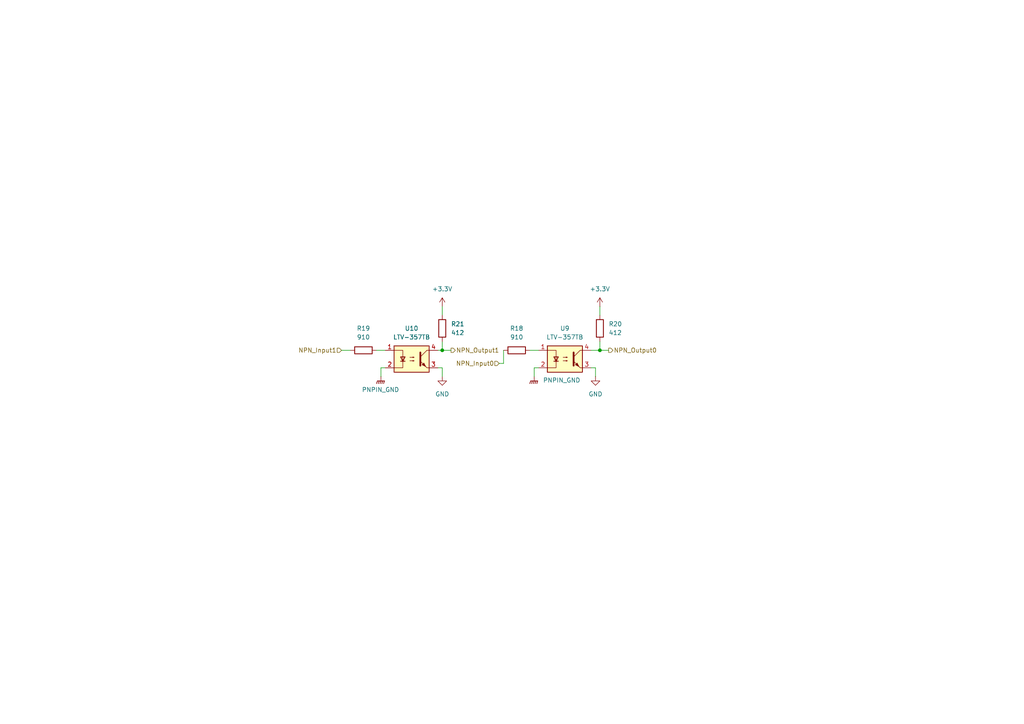
<source format=kicad_sch>
(kicad_sch
	(version 20250114)
	(generator "eeschema")
	(generator_version "9.0")
	(uuid "e63b338f-bd90-4c52-970e-b80b54cdea6a")
	(paper "A4")
	(lib_symbols
		(symbol "Device:R"
			(pin_numbers
				(hide yes)
			)
			(pin_names
				(offset 0)
			)
			(exclude_from_sim no)
			(in_bom yes)
			(on_board yes)
			(property "Reference" "R"
				(at 2.032 0 90)
				(effects
					(font
						(size 1.27 1.27)
					)
				)
			)
			(property "Value" "R"
				(at 0 0 90)
				(effects
					(font
						(size 1.27 1.27)
					)
				)
			)
			(property "Footprint" ""
				(at -1.778 0 90)
				(effects
					(font
						(size 1.27 1.27)
					)
					(hide yes)
				)
			)
			(property "Datasheet" "~"
				(at 0 0 0)
				(effects
					(font
						(size 1.27 1.27)
					)
					(hide yes)
				)
			)
			(property "Description" "Resistor"
				(at 0 0 0)
				(effects
					(font
						(size 1.27 1.27)
					)
					(hide yes)
				)
			)
			(property "ki_keywords" "R res resistor"
				(at 0 0 0)
				(effects
					(font
						(size 1.27 1.27)
					)
					(hide yes)
				)
			)
			(property "ki_fp_filters" "R_*"
				(at 0 0 0)
				(effects
					(font
						(size 1.27 1.27)
					)
					(hide yes)
				)
			)
			(symbol "R_0_1"
				(rectangle
					(start -1.016 -2.54)
					(end 1.016 2.54)
					(stroke
						(width 0.254)
						(type default)
					)
					(fill
						(type none)
					)
				)
			)
			(symbol "R_1_1"
				(pin passive line
					(at 0 3.81 270)
					(length 1.27)
					(name "~"
						(effects
							(font
								(size 1.27 1.27)
							)
						)
					)
					(number "1"
						(effects
							(font
								(size 1.27 1.27)
							)
						)
					)
				)
				(pin passive line
					(at 0 -3.81 90)
					(length 1.27)
					(name "~"
						(effects
							(font
								(size 1.27 1.27)
							)
						)
					)
					(number "2"
						(effects
							(font
								(size 1.27 1.27)
							)
						)
					)
				)
			)
			(embedded_fonts no)
		)
		(symbol "Isolator:LTV-357T"
			(pin_names
				(offset 1.016)
			)
			(exclude_from_sim no)
			(in_bom yes)
			(on_board yes)
			(property "Reference" "U"
				(at -5.334 4.826 0)
				(effects
					(font
						(size 1.27 1.27)
					)
					(justify left)
				)
			)
			(property "Value" "LTV-357T"
				(at 0 5.08 0)
				(effects
					(font
						(size 1.27 1.27)
					)
					(justify left)
				)
			)
			(property "Footprint" "Package_SO:SO-4_4.4x3.6mm_P2.54mm"
				(at -5.08 -5.08 0)
				(effects
					(font
						(size 1.27 1.27)
						(italic yes)
					)
					(justify left)
					(hide yes)
				)
			)
			(property "Datasheet" "https://www.buerklin.com/medias/sys_master/download/download/h91/ha0/8892020588574.pdf"
				(at 0 0 0)
				(effects
					(font
						(size 1.27 1.27)
					)
					(justify left)
					(hide yes)
				)
			)
			(property "Description" "DC Optocoupler, Vce 35V, CTR 50%, SO-4"
				(at 0 0 0)
				(effects
					(font
						(size 1.27 1.27)
					)
					(hide yes)
				)
			)
			(property "ki_keywords" "NPN DC Optocoupler"
				(at 0 0 0)
				(effects
					(font
						(size 1.27 1.27)
					)
					(hide yes)
				)
			)
			(property "ki_fp_filters" "SO*4.4x3.6mm*P2.54mm*"
				(at 0 0 0)
				(effects
					(font
						(size 1.27 1.27)
					)
					(hide yes)
				)
			)
			(symbol "LTV-357T_0_1"
				(rectangle
					(start -5.08 3.81)
					(end 5.08 -3.81)
					(stroke
						(width 0.254)
						(type default)
					)
					(fill
						(type background)
					)
				)
				(polyline
					(pts
						(xy -5.08 2.54) (xy -2.54 2.54) (xy -2.54 -0.762)
					)
					(stroke
						(width 0)
						(type default)
					)
					(fill
						(type none)
					)
				)
				(polyline
					(pts
						(xy -3.175 -0.635) (xy -1.905 -0.635)
					)
					(stroke
						(width 0.254)
						(type default)
					)
					(fill
						(type none)
					)
				)
				(polyline
					(pts
						(xy -2.54 -0.635) (xy -2.54 -2.54) (xy -5.08 -2.54)
					)
					(stroke
						(width 0)
						(type default)
					)
					(fill
						(type none)
					)
				)
				(polyline
					(pts
						(xy -2.54 -0.635) (xy -3.175 0.635) (xy -1.905 0.635) (xy -2.54 -0.635)
					)
					(stroke
						(width 0.254)
						(type default)
					)
					(fill
						(type none)
					)
				)
				(polyline
					(pts
						(xy -0.508 0.508) (xy 0.762 0.508) (xy 0.381 0.381) (xy 0.381 0.635) (xy 0.762 0.508)
					)
					(stroke
						(width 0)
						(type default)
					)
					(fill
						(type none)
					)
				)
				(polyline
					(pts
						(xy -0.508 -0.508) (xy 0.762 -0.508) (xy 0.381 -0.635) (xy 0.381 -0.381) (xy 0.762 -0.508)
					)
					(stroke
						(width 0)
						(type default)
					)
					(fill
						(type none)
					)
				)
				(polyline
					(pts
						(xy 2.54 1.905) (xy 2.54 -1.905) (xy 2.54 -1.905)
					)
					(stroke
						(width 0.508)
						(type default)
					)
					(fill
						(type none)
					)
				)
				(polyline
					(pts
						(xy 2.54 0.635) (xy 4.445 2.54)
					)
					(stroke
						(width 0)
						(type default)
					)
					(fill
						(type none)
					)
				)
				(polyline
					(pts
						(xy 3.048 -1.651) (xy 3.556 -1.143) (xy 4.064 -2.159) (xy 3.048 -1.651) (xy 3.048 -1.651)
					)
					(stroke
						(width 0)
						(type default)
					)
					(fill
						(type outline)
					)
				)
				(polyline
					(pts
						(xy 4.445 2.54) (xy 5.08 2.54)
					)
					(stroke
						(width 0)
						(type default)
					)
					(fill
						(type none)
					)
				)
				(polyline
					(pts
						(xy 4.445 -2.54) (xy 2.54 -0.635)
					)
					(stroke
						(width 0)
						(type default)
					)
					(fill
						(type outline)
					)
				)
				(polyline
					(pts
						(xy 4.445 -2.54) (xy 5.08 -2.54)
					)
					(stroke
						(width 0)
						(type default)
					)
					(fill
						(type none)
					)
				)
			)
			(symbol "LTV-357T_1_1"
				(pin passive line
					(at -7.62 2.54 0)
					(length 2.54)
					(name "~"
						(effects
							(font
								(size 1.27 1.27)
							)
						)
					)
					(number "1"
						(effects
							(font
								(size 1.27 1.27)
							)
						)
					)
				)
				(pin passive line
					(at -7.62 -2.54 0)
					(length 2.54)
					(name "~"
						(effects
							(font
								(size 1.27 1.27)
							)
						)
					)
					(number "2"
						(effects
							(font
								(size 1.27 1.27)
							)
						)
					)
				)
				(pin passive line
					(at 7.62 2.54 180)
					(length 2.54)
					(name "~"
						(effects
							(font
								(size 1.27 1.27)
							)
						)
					)
					(number "4"
						(effects
							(font
								(size 1.27 1.27)
							)
						)
					)
				)
				(pin passive line
					(at 7.62 -2.54 180)
					(length 2.54)
					(name "~"
						(effects
							(font
								(size 1.27 1.27)
							)
						)
					)
					(number "3"
						(effects
							(font
								(size 1.27 1.27)
							)
						)
					)
				)
			)
			(embedded_fonts no)
		)
		(symbol "power:+3.3V"
			(power)
			(pin_numbers
				(hide yes)
			)
			(pin_names
				(offset 0)
				(hide yes)
			)
			(exclude_from_sim no)
			(in_bom yes)
			(on_board yes)
			(property "Reference" "#PWR"
				(at 0 -3.81 0)
				(effects
					(font
						(size 1.27 1.27)
					)
					(hide yes)
				)
			)
			(property "Value" "+3.3V"
				(at 0 3.556 0)
				(effects
					(font
						(size 1.27 1.27)
					)
				)
			)
			(property "Footprint" ""
				(at 0 0 0)
				(effects
					(font
						(size 1.27 1.27)
					)
					(hide yes)
				)
			)
			(property "Datasheet" ""
				(at 0 0 0)
				(effects
					(font
						(size 1.27 1.27)
					)
					(hide yes)
				)
			)
			(property "Description" "Power symbol creates a global label with name \"+3.3V\""
				(at 0 0 0)
				(effects
					(font
						(size 1.27 1.27)
					)
					(hide yes)
				)
			)
			(property "ki_keywords" "global power"
				(at 0 0 0)
				(effects
					(font
						(size 1.27 1.27)
					)
					(hide yes)
				)
			)
			(symbol "+3.3V_0_1"
				(polyline
					(pts
						(xy -0.762 1.27) (xy 0 2.54)
					)
					(stroke
						(width 0)
						(type default)
					)
					(fill
						(type none)
					)
				)
				(polyline
					(pts
						(xy 0 2.54) (xy 0.762 1.27)
					)
					(stroke
						(width 0)
						(type default)
					)
					(fill
						(type none)
					)
				)
				(polyline
					(pts
						(xy 0 0) (xy 0 2.54)
					)
					(stroke
						(width 0)
						(type default)
					)
					(fill
						(type none)
					)
				)
			)
			(symbol "+3.3V_1_1"
				(pin power_in line
					(at 0 0 90)
					(length 0)
					(name "~"
						(effects
							(font
								(size 1.27 1.27)
							)
						)
					)
					(number "1"
						(effects
							(font
								(size 1.27 1.27)
							)
						)
					)
				)
			)
			(embedded_fonts no)
		)
		(symbol "power:GND"
			(power)
			(pin_numbers
				(hide yes)
			)
			(pin_names
				(offset 0)
				(hide yes)
			)
			(exclude_from_sim no)
			(in_bom yes)
			(on_board yes)
			(property "Reference" "#PWR"
				(at 0 -6.35 0)
				(effects
					(font
						(size 1.27 1.27)
					)
					(hide yes)
				)
			)
			(property "Value" "GND"
				(at 0 -3.81 0)
				(effects
					(font
						(size 1.27 1.27)
					)
				)
			)
			(property "Footprint" ""
				(at 0 0 0)
				(effects
					(font
						(size 1.27 1.27)
					)
					(hide yes)
				)
			)
			(property "Datasheet" ""
				(at 0 0 0)
				(effects
					(font
						(size 1.27 1.27)
					)
					(hide yes)
				)
			)
			(property "Description" "Power symbol creates a global label with name \"GND\" , ground"
				(at 0 0 0)
				(effects
					(font
						(size 1.27 1.27)
					)
					(hide yes)
				)
			)
			(property "ki_keywords" "global power"
				(at 0 0 0)
				(effects
					(font
						(size 1.27 1.27)
					)
					(hide yes)
				)
			)
			(symbol "GND_0_1"
				(polyline
					(pts
						(xy 0 0) (xy 0 -1.27) (xy 1.27 -1.27) (xy 0 -2.54) (xy -1.27 -1.27) (xy 0 -1.27)
					)
					(stroke
						(width 0)
						(type default)
					)
					(fill
						(type none)
					)
				)
			)
			(symbol "GND_1_1"
				(pin power_in line
					(at 0 0 270)
					(length 0)
					(name "~"
						(effects
							(font
								(size 1.27 1.27)
							)
						)
					)
					(number "1"
						(effects
							(font
								(size 1.27 1.27)
							)
						)
					)
				)
			)
			(embedded_fonts no)
		)
		(symbol "power:GNDPWR"
			(power)
			(pin_numbers
				(hide yes)
			)
			(pin_names
				(offset 0)
				(hide yes)
			)
			(exclude_from_sim no)
			(in_bom yes)
			(on_board yes)
			(property "Reference" "#PWR"
				(at 0 -5.08 0)
				(effects
					(font
						(size 1.27 1.27)
					)
					(hide yes)
				)
			)
			(property "Value" "GNDPWR"
				(at 0 -3.302 0)
				(effects
					(font
						(size 1.27 1.27)
					)
				)
			)
			(property "Footprint" ""
				(at 0 -1.27 0)
				(effects
					(font
						(size 1.27 1.27)
					)
					(hide yes)
				)
			)
			(property "Datasheet" ""
				(at 0 -1.27 0)
				(effects
					(font
						(size 1.27 1.27)
					)
					(hide yes)
				)
			)
			(property "Description" "Power symbol creates a global label with name \"GNDPWR\" , global ground"
				(at 0 0 0)
				(effects
					(font
						(size 1.27 1.27)
					)
					(hide yes)
				)
			)
			(property "ki_keywords" "global ground"
				(at 0 0 0)
				(effects
					(font
						(size 1.27 1.27)
					)
					(hide yes)
				)
			)
			(symbol "GNDPWR_0_1"
				(polyline
					(pts
						(xy -1.016 -1.27) (xy -1.27 -2.032) (xy -1.27 -2.032)
					)
					(stroke
						(width 0.2032)
						(type default)
					)
					(fill
						(type none)
					)
				)
				(polyline
					(pts
						(xy -0.508 -1.27) (xy -0.762 -2.032) (xy -0.762 -2.032)
					)
					(stroke
						(width 0.2032)
						(type default)
					)
					(fill
						(type none)
					)
				)
				(polyline
					(pts
						(xy 0 -1.27) (xy 0 0)
					)
					(stroke
						(width 0)
						(type default)
					)
					(fill
						(type none)
					)
				)
				(polyline
					(pts
						(xy 0 -1.27) (xy -0.254 -2.032) (xy -0.254 -2.032)
					)
					(stroke
						(width 0.2032)
						(type default)
					)
					(fill
						(type none)
					)
				)
				(polyline
					(pts
						(xy 0.508 -1.27) (xy 0.254 -2.032) (xy 0.254 -2.032)
					)
					(stroke
						(width 0.2032)
						(type default)
					)
					(fill
						(type none)
					)
				)
				(polyline
					(pts
						(xy 1.016 -1.27) (xy -1.016 -1.27) (xy -1.016 -1.27)
					)
					(stroke
						(width 0.2032)
						(type default)
					)
					(fill
						(type none)
					)
				)
				(polyline
					(pts
						(xy 1.016 -1.27) (xy 0.762 -2.032) (xy 0.762 -2.032) (xy 0.762 -2.032)
					)
					(stroke
						(width 0.2032)
						(type default)
					)
					(fill
						(type none)
					)
				)
			)
			(symbol "GNDPWR_1_1"
				(pin power_in line
					(at 0 0 270)
					(length 0)
					(name "~"
						(effects
							(font
								(size 1.27 1.27)
							)
						)
					)
					(number "1"
						(effects
							(font
								(size 1.27 1.27)
							)
						)
					)
				)
			)
			(embedded_fonts no)
		)
	)
	(junction
		(at 173.99 101.6)
		(diameter 0)
		(color 0 0 0 0)
		(uuid "251392dd-b0ba-4966-86f7-3b0f6bba7712")
	)
	(junction
		(at 128.27 101.6)
		(diameter 0)
		(color 0 0 0 0)
		(uuid "ef3255af-891b-40a6-b91a-c08791079ddf")
	)
	(wire
		(pts
			(xy 171.45 101.6) (xy 173.99 101.6)
		)
		(stroke
			(width 0)
			(type default)
		)
		(uuid "113ed71f-eab6-47d0-ae62-05c3b50373a0")
	)
	(wire
		(pts
			(xy 153.67 101.6) (xy 156.21 101.6)
		)
		(stroke
			(width 0)
			(type default)
		)
		(uuid "11e9d63d-050d-4965-a35b-70286ddd5109")
	)
	(wire
		(pts
			(xy 127 106.68) (xy 128.27 106.68)
		)
		(stroke
			(width 0)
			(type default)
		)
		(uuid "1bb3a43a-52ab-4b8b-bf10-077dcaad3301")
	)
	(wire
		(pts
			(xy 154.94 106.68) (xy 156.21 106.68)
		)
		(stroke
			(width 0)
			(type default)
		)
		(uuid "2d2b10dc-3a9d-41de-a4d4-09279585a612")
	)
	(wire
		(pts
			(xy 127 101.6) (xy 128.27 101.6)
		)
		(stroke
			(width 0)
			(type default)
		)
		(uuid "3525d4c9-4d31-4d6a-80cf-a2a60fdfebcf")
	)
	(wire
		(pts
			(xy 173.99 101.6) (xy 173.99 99.06)
		)
		(stroke
			(width 0)
			(type default)
		)
		(uuid "3c06f578-db1e-4b2d-90f8-2606ea5e9e41")
	)
	(wire
		(pts
			(xy 128.27 101.6) (xy 128.27 99.06)
		)
		(stroke
			(width 0)
			(type default)
		)
		(uuid "4470587e-e4a2-420d-aad8-f6fef59862a8")
	)
	(wire
		(pts
			(xy 110.49 106.68) (xy 111.76 106.68)
		)
		(stroke
			(width 0)
			(type default)
		)
		(uuid "47016aa5-9054-439a-abae-07c615331338")
	)
	(wire
		(pts
			(xy 99.06 101.6) (xy 101.6 101.6)
		)
		(stroke
			(width 0)
			(type default)
		)
		(uuid "679f119b-f62a-4c07-a518-7c446d2fd840")
	)
	(wire
		(pts
			(xy 128.27 101.6) (xy 130.81 101.6)
		)
		(stroke
			(width 0)
			(type default)
		)
		(uuid "6a373899-d3f9-47c8-9db7-b8907ac4421c")
	)
	(wire
		(pts
			(xy 109.22 101.6) (xy 111.76 101.6)
		)
		(stroke
			(width 0)
			(type default)
		)
		(uuid "7c1f20b2-ae55-4fcf-b33e-b11a688a0708")
	)
	(wire
		(pts
			(xy 154.94 109.22) (xy 154.94 106.68)
		)
		(stroke
			(width 0)
			(type default)
		)
		(uuid "7c9f32e2-4543-471f-bc81-6d2053e1df6c")
	)
	(wire
		(pts
			(xy 172.72 109.22) (xy 172.72 106.68)
		)
		(stroke
			(width 0)
			(type default)
		)
		(uuid "8a0cb2bf-1d70-4525-9622-205a4eb367c3")
	)
	(wire
		(pts
			(xy 173.99 101.6) (xy 176.53 101.6)
		)
		(stroke
			(width 0)
			(type default)
		)
		(uuid "8ae7fd0d-257a-4c71-b794-b7b5412fa1c6")
	)
	(wire
		(pts
			(xy 144.78 105.41) (xy 146.05 105.41)
		)
		(stroke
			(width 0)
			(type default)
		)
		(uuid "a9224f34-892d-4721-ae93-de681b8d050f")
	)
	(wire
		(pts
			(xy 171.45 106.68) (xy 172.72 106.68)
		)
		(stroke
			(width 0)
			(type default)
		)
		(uuid "bcb499b8-ab94-4165-8e23-746821ef797d")
	)
	(wire
		(pts
			(xy 173.99 88.9) (xy 173.99 91.44)
		)
		(stroke
			(width 0)
			(type default)
		)
		(uuid "c0fafe5a-5da4-49de-b734-2ac3689e9342")
	)
	(wire
		(pts
			(xy 146.05 105.41) (xy 146.05 101.6)
		)
		(stroke
			(width 0)
			(type default)
		)
		(uuid "cefeef5d-4137-4c2c-a640-89c4d31fd036")
	)
	(wire
		(pts
			(xy 128.27 88.9) (xy 128.27 91.44)
		)
		(stroke
			(width 0)
			(type default)
		)
		(uuid "d60262b9-79f0-4db3-b774-11abde318f04")
	)
	(wire
		(pts
			(xy 128.27 109.22) (xy 128.27 106.68)
		)
		(stroke
			(width 0)
			(type default)
		)
		(uuid "e6879853-c60a-443c-9395-c3ff0737eb92")
	)
	(wire
		(pts
			(xy 110.49 109.22) (xy 110.49 106.68)
		)
		(stroke
			(width 0)
			(type default)
		)
		(uuid "e82b2d1b-d670-4e92-8638-1850f787c244")
	)
	(hierarchical_label "NPN_Input0"
		(shape input)
		(at 144.78 105.41 180)
		(effects
			(font
				(size 1.27 1.27)
			)
			(justify right)
		)
		(uuid "066b7e3e-752c-4897-be91-2220cb93ca09")
	)
	(hierarchical_label "NPN_Output0"
		(shape output)
		(at 176.53 101.6 0)
		(effects
			(font
				(size 1.27 1.27)
			)
			(justify left)
		)
		(uuid "4683a660-a6af-4e01-8b37-dc98f25ca3d1")
	)
	(hierarchical_label "NPN_Output1"
		(shape output)
		(at 130.81 101.6 0)
		(effects
			(font
				(size 1.27 1.27)
			)
			(justify left)
		)
		(uuid "5bc12842-763f-4521-9e9d-f4c80a87e709")
	)
	(hierarchical_label "NPN_Input1"
		(shape input)
		(at 99.06 101.6 180)
		(effects
			(font
				(size 1.27 1.27)
			)
			(justify right)
		)
		(uuid "8dd98e4f-a4ac-432c-b015-ee8967bc79e1")
	)
	(symbol
		(lib_id "Device:R")
		(at 105.41 101.6 90)
		(unit 1)
		(exclude_from_sim no)
		(in_bom yes)
		(on_board yes)
		(dnp no)
		(fields_autoplaced yes)
		(uuid "004646e9-4352-40af-b19a-25302ccf572c")
		(property "Reference" "R19"
			(at 105.41 95.25 90)
			(effects
				(font
					(size 1.27 1.27)
				)
			)
		)
		(property "Value" "910"
			(at 105.41 97.79 90)
			(effects
				(font
					(size 1.27 1.27)
				)
			)
		)
		(property "Footprint" "Resistor_SMD:R_0603_1608Metric"
			(at 105.41 103.378 90)
			(effects
				(font
					(size 1.27 1.27)
				)
				(hide yes)
			)
		)
		(property "Datasheet" "~"
			(at 105.41 101.6 0)
			(effects
				(font
					(size 1.27 1.27)
				)
				(hide yes)
			)
		)
		(property "Description" "Resistor"
			(at 105.41 101.6 0)
			(effects
				(font
					(size 1.27 1.27)
				)
				(hide yes)
			)
		)
		(property "LCSC#" "C114670"
			(at 105.41 101.6 90)
			(effects
				(font
					(size 1.27 1.27)
				)
				(hide yes)
			)
		)
		(pin "1"
			(uuid "c7436843-f654-4a24-a8f7-ed9a8968eecb")
		)
		(pin "2"
			(uuid "7b90e547-b9dd-40a6-b4bb-2123c884d78f")
		)
		(instances
			(project "NIVARA"
				(path "/8290cc18-06d0-4e02-a781-29a61ebc321a/9e4d7a0c-a5eb-4e88-9036-0c35e68b279a/194f65ea-cb11-429e-a2d9-3caff410d6b0"
					(reference "R19")
					(unit 1)
				)
			)
		)
	)
	(symbol
		(lib_id "Device:R")
		(at 173.99 95.25 180)
		(unit 1)
		(exclude_from_sim no)
		(in_bom yes)
		(on_board yes)
		(dnp no)
		(fields_autoplaced yes)
		(uuid "051ee258-561f-49a1-833c-c6cdc7ea4217")
		(property "Reference" "R20"
			(at 176.53 93.9799 0)
			(effects
				(font
					(size 1.27 1.27)
				)
				(justify right)
			)
		)
		(property "Value" "412"
			(at 176.53 96.5199 0)
			(effects
				(font
					(size 1.27 1.27)
				)
				(justify right)
			)
		)
		(property "Footprint" ""
			(at 175.768 95.25 90)
			(effects
				(font
					(size 1.27 1.27)
				)
				(hide yes)
			)
		)
		(property "Datasheet" "~"
			(at 173.99 95.25 0)
			(effects
				(font
					(size 1.27 1.27)
				)
				(hide yes)
			)
		)
		(property "Description" "Resistor"
			(at 173.99 95.25 0)
			(effects
				(font
					(size 1.27 1.27)
				)
				(hide yes)
			)
		)
		(pin "1"
			(uuid "6347a9f4-fab9-4029-a150-8ca530f54ca6")
		)
		(pin "2"
			(uuid "26ae7f6d-9706-4f08-b913-2050da123edf")
		)
		(instances
			(project "NIVARA"
				(path "/8290cc18-06d0-4e02-a781-29a61ebc321a/9e4d7a0c-a5eb-4e88-9036-0c35e68b279a/194f65ea-cb11-429e-a2d9-3caff410d6b0"
					(reference "R20")
					(unit 1)
				)
			)
		)
	)
	(symbol
		(lib_id "power:GNDPWR")
		(at 154.94 109.22 0)
		(unit 1)
		(exclude_from_sim no)
		(in_bom yes)
		(on_board yes)
		(dnp no)
		(fields_autoplaced yes)
		(uuid "276f4b2c-3a85-4bbd-a1b3-296343ea7fe5")
		(property "Reference" "#PWR022"
			(at 154.94 114.3 0)
			(effects
				(font
					(size 1.27 1.27)
				)
				(hide yes)
			)
		)
		(property "Value" "PNPIN_GND"
			(at 157.48 110.2867 0)
			(effects
				(font
					(size 1.27 1.27)
				)
				(justify left)
			)
		)
		(property "Footprint" ""
			(at 154.94 110.49 0)
			(effects
				(font
					(size 1.27 1.27)
				)
				(hide yes)
			)
		)
		(property "Datasheet" ""
			(at 154.94 110.49 0)
			(effects
				(font
					(size 1.27 1.27)
				)
				(hide yes)
			)
		)
		(property "Description" "Power symbol creates a global label with name \"GNDPWR\" , global ground"
			(at 154.94 109.22 0)
			(effects
				(font
					(size 1.27 1.27)
				)
				(hide yes)
			)
		)
		(pin "1"
			(uuid "d8159f47-0818-40bf-b7d7-9b8d399b1bb8")
		)
		(instances
			(project "NIVARA"
				(path "/8290cc18-06d0-4e02-a781-29a61ebc321a/9e4d7a0c-a5eb-4e88-9036-0c35e68b279a/194f65ea-cb11-429e-a2d9-3caff410d6b0"
					(reference "#PWR022")
					(unit 1)
				)
			)
		)
	)
	(symbol
		(lib_id "Isolator:LTV-357T")
		(at 119.38 104.14 0)
		(unit 1)
		(exclude_from_sim no)
		(in_bom yes)
		(on_board yes)
		(dnp no)
		(fields_autoplaced yes)
		(uuid "29057740-47d6-4e58-a2f2-1bb918752c2e")
		(property "Reference" "U10"
			(at 119.38 95.25 0)
			(effects
				(font
					(size 1.27 1.27)
				)
			)
		)
		(property "Value" "LTV-357TB"
			(at 119.38 97.79 0)
			(effects
				(font
					(size 1.27 1.27)
				)
			)
		)
		(property "Footprint" "Package_SO:SO-4_4.4x3.6mm_P2.54mm"
			(at 114.3 109.22 0)
			(effects
				(font
					(size 1.27 1.27)
					(italic yes)
				)
				(justify left)
				(hide yes)
			)
		)
		(property "Datasheet" "https://www.buerklin.com/medias/sys_master/download/download/h91/ha0/8892020588574.pdf"
			(at 119.38 104.14 0)
			(effects
				(font
					(size 1.27 1.27)
				)
				(justify left)
				(hide yes)
			)
		)
		(property "Description" "DC Optocoupler, Vce 35V, CTR 50%, SO-4"
			(at 119.38 104.14 0)
			(effects
				(font
					(size 1.27 1.27)
				)
				(hide yes)
			)
		)
		(pin "3"
			(uuid "8ecf516a-b026-4141-8725-a377db0746bd")
		)
		(pin "1"
			(uuid "44917c7e-59e1-4fb2-8085-ea8095c010a7")
		)
		(pin "2"
			(uuid "560c3763-fedf-4e3b-aede-39f122bd8b6f")
		)
		(pin "4"
			(uuid "f5d1130c-f063-4a62-bbbe-85b4cc625a4e")
		)
		(instances
			(project "NIVARA"
				(path "/8290cc18-06d0-4e02-a781-29a61ebc321a/9e4d7a0c-a5eb-4e88-9036-0c35e68b279a/194f65ea-cb11-429e-a2d9-3caff410d6b0"
					(reference "U10")
					(unit 1)
				)
			)
		)
	)
	(symbol
		(lib_id "power:+3.3V")
		(at 173.99 88.9 0)
		(unit 1)
		(exclude_from_sim no)
		(in_bom yes)
		(on_board yes)
		(dnp no)
		(fields_autoplaced yes)
		(uuid "29694778-dac7-4810-9fe0-f986e8fddbb0")
		(property "Reference" "#PWR044"
			(at 173.99 92.71 0)
			(effects
				(font
					(size 1.27 1.27)
				)
				(hide yes)
			)
		)
		(property "Value" "+3.3V"
			(at 173.99 83.82 0)
			(effects
				(font
					(size 1.27 1.27)
				)
			)
		)
		(property "Footprint" ""
			(at 173.99 88.9 0)
			(effects
				(font
					(size 1.27 1.27)
				)
				(hide yes)
			)
		)
		(property "Datasheet" ""
			(at 173.99 88.9 0)
			(effects
				(font
					(size 1.27 1.27)
				)
				(hide yes)
			)
		)
		(property "Description" "Power symbol creates a global label with name \"+3.3V\""
			(at 173.99 88.9 0)
			(effects
				(font
					(size 1.27 1.27)
				)
				(hide yes)
			)
		)
		(pin "1"
			(uuid "aa0d7366-eacd-4783-87a2-6ce41ace987c")
		)
		(instances
			(project "NIVARA"
				(path "/8290cc18-06d0-4e02-a781-29a61ebc321a/9e4d7a0c-a5eb-4e88-9036-0c35e68b279a/194f65ea-cb11-429e-a2d9-3caff410d6b0"
					(reference "#PWR044")
					(unit 1)
				)
			)
		)
	)
	(symbol
		(lib_id "Isolator:LTV-357T")
		(at 163.83 104.14 0)
		(unit 1)
		(exclude_from_sim no)
		(in_bom yes)
		(on_board yes)
		(dnp no)
		(fields_autoplaced yes)
		(uuid "475fc676-6b98-4204-9fc1-3a923f0cb5e4")
		(property "Reference" "U9"
			(at 163.83 95.25 0)
			(effects
				(font
					(size 1.27 1.27)
				)
			)
		)
		(property "Value" "LTV-357TB"
			(at 163.83 97.79 0)
			(effects
				(font
					(size 1.27 1.27)
				)
			)
		)
		(property "Footprint" "Package_SO:SO-4_4.4x3.6mm_P2.54mm"
			(at 158.75 109.22 0)
			(effects
				(font
					(size 1.27 1.27)
					(italic yes)
				)
				(justify left)
				(hide yes)
			)
		)
		(property "Datasheet" "https://www.buerklin.com/medias/sys_master/download/download/h91/ha0/8892020588574.pdf"
			(at 163.83 104.14 0)
			(effects
				(font
					(size 1.27 1.27)
				)
				(justify left)
				(hide yes)
			)
		)
		(property "Description" "DC Optocoupler, Vce 35V, CTR 50%, SO-4"
			(at 163.83 104.14 0)
			(effects
				(font
					(size 1.27 1.27)
				)
				(hide yes)
			)
		)
		(pin "3"
			(uuid "c3fe580f-86f1-43c7-9169-0628b454ff72")
		)
		(pin "1"
			(uuid "ff93d603-68bd-4653-b760-cc62d2cb612e")
		)
		(pin "2"
			(uuid "67994852-5df6-418c-b80e-dfbf3635acbe")
		)
		(pin "4"
			(uuid "8724be08-7138-47a7-9b99-4cad8d871795")
		)
		(instances
			(project "NIVARA"
				(path "/8290cc18-06d0-4e02-a781-29a61ebc321a/9e4d7a0c-a5eb-4e88-9036-0c35e68b279a/194f65ea-cb11-429e-a2d9-3caff410d6b0"
					(reference "U9")
					(unit 1)
				)
			)
		)
	)
	(symbol
		(lib_id "power:GND")
		(at 172.72 109.22 0)
		(unit 1)
		(exclude_from_sim no)
		(in_bom yes)
		(on_board yes)
		(dnp no)
		(fields_autoplaced yes)
		(uuid "594f678e-f8fb-48a8-ab0d-c5a44a0ed7d2")
		(property "Reference" "#PWR042"
			(at 172.72 115.57 0)
			(effects
				(font
					(size 1.27 1.27)
				)
				(hide yes)
			)
		)
		(property "Value" "GND"
			(at 172.72 114.3 0)
			(effects
				(font
					(size 1.27 1.27)
				)
			)
		)
		(property "Footprint" ""
			(at 172.72 109.22 0)
			(effects
				(font
					(size 1.27 1.27)
				)
				(hide yes)
			)
		)
		(property "Datasheet" ""
			(at 172.72 109.22 0)
			(effects
				(font
					(size 1.27 1.27)
				)
				(hide yes)
			)
		)
		(property "Description" "Power symbol creates a global label with name \"GND\" , ground"
			(at 172.72 109.22 0)
			(effects
				(font
					(size 1.27 1.27)
				)
				(hide yes)
			)
		)
		(pin "1"
			(uuid "976364ef-54e9-4605-b806-cc0d7cfc3c43")
		)
		(instances
			(project "NIVARA"
				(path "/8290cc18-06d0-4e02-a781-29a61ebc321a/9e4d7a0c-a5eb-4e88-9036-0c35e68b279a/194f65ea-cb11-429e-a2d9-3caff410d6b0"
					(reference "#PWR042")
					(unit 1)
				)
			)
		)
	)
	(symbol
		(lib_id "Device:R")
		(at 128.27 95.25 180)
		(unit 1)
		(exclude_from_sim no)
		(in_bom yes)
		(on_board yes)
		(dnp no)
		(fields_autoplaced yes)
		(uuid "7efd78a2-171e-4872-a864-1f6d5c7938c4")
		(property "Reference" "R21"
			(at 130.81 93.9799 0)
			(effects
				(font
					(size 1.27 1.27)
				)
				(justify right)
			)
		)
		(property "Value" "412"
			(at 130.81 96.5199 0)
			(effects
				(font
					(size 1.27 1.27)
				)
				(justify right)
			)
		)
		(property "Footprint" ""
			(at 130.048 95.25 90)
			(effects
				(font
					(size 1.27 1.27)
				)
				(hide yes)
			)
		)
		(property "Datasheet" "~"
			(at 128.27 95.25 0)
			(effects
				(font
					(size 1.27 1.27)
				)
				(hide yes)
			)
		)
		(property "Description" "Resistor"
			(at 128.27 95.25 0)
			(effects
				(font
					(size 1.27 1.27)
				)
				(hide yes)
			)
		)
		(pin "1"
			(uuid "01c83767-b741-4b1a-a286-45659d65a127")
		)
		(pin "2"
			(uuid "f1c2f27e-20d6-4c18-8d6a-bb68de4a1ec0")
		)
		(instances
			(project "NIVARA"
				(path "/8290cc18-06d0-4e02-a781-29a61ebc321a/9e4d7a0c-a5eb-4e88-9036-0c35e68b279a/194f65ea-cb11-429e-a2d9-3caff410d6b0"
					(reference "R21")
					(unit 1)
				)
			)
		)
	)
	(symbol
		(lib_id "power:GNDPWR")
		(at 110.49 109.22 0)
		(unit 1)
		(exclude_from_sim no)
		(in_bom yes)
		(on_board yes)
		(dnp no)
		(fields_autoplaced yes)
		(uuid "961513e2-2725-4679-8c68-b4f9c96adac0")
		(property "Reference" "#PWR025"
			(at 110.49 114.3 0)
			(effects
				(font
					(size 1.27 1.27)
				)
				(hide yes)
			)
		)
		(property "Value" "PNPIN_GND"
			(at 110.363 113.03 0)
			(effects
				(font
					(size 1.27 1.27)
				)
			)
		)
		(property "Footprint" ""
			(at 110.49 110.49 0)
			(effects
				(font
					(size 1.27 1.27)
				)
				(hide yes)
			)
		)
		(property "Datasheet" ""
			(at 110.49 110.49 0)
			(effects
				(font
					(size 1.27 1.27)
				)
				(hide yes)
			)
		)
		(property "Description" "Power symbol creates a global label with name \"GNDPWR\" , global ground"
			(at 110.49 109.22 0)
			(effects
				(font
					(size 1.27 1.27)
				)
				(hide yes)
			)
		)
		(pin "1"
			(uuid "517e086a-2326-408c-bf27-c16556d205d6")
		)
		(instances
			(project "NIVARA"
				(path "/8290cc18-06d0-4e02-a781-29a61ebc321a/9e4d7a0c-a5eb-4e88-9036-0c35e68b279a/194f65ea-cb11-429e-a2d9-3caff410d6b0"
					(reference "#PWR025")
					(unit 1)
				)
			)
		)
	)
	(symbol
		(lib_id "power:+3.3V")
		(at 128.27 88.9 0)
		(unit 1)
		(exclude_from_sim no)
		(in_bom yes)
		(on_board yes)
		(dnp no)
		(uuid "a507e94e-52dd-4fa8-97e4-21eb3eb4b32e")
		(property "Reference" "#PWR045"
			(at 128.27 92.71 0)
			(effects
				(font
					(size 1.27 1.27)
				)
				(hide yes)
			)
		)
		(property "Value" "+3.3V"
			(at 128.27 83.82 0)
			(effects
				(font
					(size 1.27 1.27)
				)
			)
		)
		(property "Footprint" ""
			(at 128.27 88.9 0)
			(effects
				(font
					(size 1.27 1.27)
				)
				(hide yes)
			)
		)
		(property "Datasheet" ""
			(at 128.27 88.9 0)
			(effects
				(font
					(size 1.27 1.27)
				)
				(hide yes)
			)
		)
		(property "Description" "Power symbol creates a global label with name \"+3.3V\""
			(at 128.27 88.9 0)
			(effects
				(font
					(size 1.27 1.27)
				)
				(hide yes)
			)
		)
		(pin "1"
			(uuid "a825d63a-ce82-411c-9b7c-0fdd9b475178")
		)
		(instances
			(project "NIVARA"
				(path "/8290cc18-06d0-4e02-a781-29a61ebc321a/9e4d7a0c-a5eb-4e88-9036-0c35e68b279a/194f65ea-cb11-429e-a2d9-3caff410d6b0"
					(reference "#PWR045")
					(unit 1)
				)
			)
		)
	)
	(symbol
		(lib_id "power:GND")
		(at 128.27 109.22 0)
		(unit 1)
		(exclude_from_sim no)
		(in_bom yes)
		(on_board yes)
		(dnp no)
		(fields_autoplaced yes)
		(uuid "ab25fc56-66ac-42e6-8ba0-5ded43ce904f")
		(property "Reference" "#PWR043"
			(at 128.27 115.57 0)
			(effects
				(font
					(size 1.27 1.27)
				)
				(hide yes)
			)
		)
		(property "Value" "GND"
			(at 128.27 114.3 0)
			(effects
				(font
					(size 1.27 1.27)
				)
			)
		)
		(property "Footprint" ""
			(at 128.27 109.22 0)
			(effects
				(font
					(size 1.27 1.27)
				)
				(hide yes)
			)
		)
		(property "Datasheet" ""
			(at 128.27 109.22 0)
			(effects
				(font
					(size 1.27 1.27)
				)
				(hide yes)
			)
		)
		(property "Description" "Power symbol creates a global label with name \"GND\" , ground"
			(at 128.27 109.22 0)
			(effects
				(font
					(size 1.27 1.27)
				)
				(hide yes)
			)
		)
		(pin "1"
			(uuid "fddf7b60-05cd-4781-b24c-14a1d0613572")
		)
		(instances
			(project "NIVARA"
				(path "/8290cc18-06d0-4e02-a781-29a61ebc321a/9e4d7a0c-a5eb-4e88-9036-0c35e68b279a/194f65ea-cb11-429e-a2d9-3caff410d6b0"
					(reference "#PWR043")
					(unit 1)
				)
			)
		)
	)
	(symbol
		(lib_id "Device:R")
		(at 149.86 101.6 90)
		(unit 1)
		(exclude_from_sim no)
		(in_bom yes)
		(on_board yes)
		(dnp no)
		(fields_autoplaced yes)
		(uuid "b9eb72a7-4b5f-4f7a-aaa0-f79f65607ff8")
		(property "Reference" "R18"
			(at 149.86 95.25 90)
			(effects
				(font
					(size 1.27 1.27)
				)
			)
		)
		(property "Value" "910"
			(at 149.86 97.79 90)
			(effects
				(font
					(size 1.27 1.27)
				)
			)
		)
		(property "Footprint" "Resistor_SMD:R_0603_1608Metric"
			(at 149.86 103.378 90)
			(effects
				(font
					(size 1.27 1.27)
				)
				(hide yes)
			)
		)
		(property "Datasheet" "~"
			(at 149.86 101.6 0)
			(effects
				(font
					(size 1.27 1.27)
				)
				(hide yes)
			)
		)
		(property "Description" "Resistor"
			(at 149.86 101.6 0)
			(effects
				(font
					(size 1.27 1.27)
				)
				(hide yes)
			)
		)
		(property "LCSC#" "C114670"
			(at 149.86 101.6 90)
			(effects
				(font
					(size 1.27 1.27)
				)
				(hide yes)
			)
		)
		(pin "1"
			(uuid "a7b6781c-3d25-46c6-9113-951c426dc6ae")
		)
		(pin "2"
			(uuid "90df33c4-73b3-4d34-96e8-e96756f4d6ec")
		)
		(instances
			(project "NIVARA"
				(path "/8290cc18-06d0-4e02-a781-29a61ebc321a/9e4d7a0c-a5eb-4e88-9036-0c35e68b279a/194f65ea-cb11-429e-a2d9-3caff410d6b0"
					(reference "R18")
					(unit 1)
				)
			)
		)
	)
)

</source>
